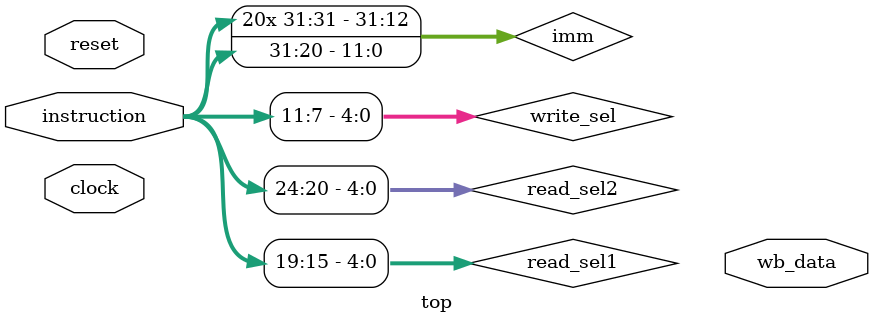
<source format=v>

module top (
  input clock,
  input reset,

  input [31:0] instruction,
  output [31:0] wb_data
);


wire [4:0] read_sel1;
wire [4:0] read_sel2;
wire [4:0] write_sel;

wire [31:0] imm;

assign read_sel1 = instruction[19:15];
assign read_sel2 = instruction[24:20];
assign write_sel = instruction[11:7];

// Sign extension
assign imm = { {20{instruction[31]}}, instruction[31:20]};

/******************************************************************************
*                      Start Your Code Here
******************************************************************************/

// add any wire or reg variables you need here
wire [31:0] rs1, rs2;
wire [31:0] ALU_mux;
assign ALU_mux = op_B_sel ? imm : rs2;

// Fill in port connections
regFile regFile_inst (
  .clock(clock),
  .reset(reset),
  .wEn(wEn), // Write Enable
  .write_data(ALU_result),
  .read_sel1(read_sel1),
  .read_sel2(read_sel2),
  .write_sel(write_sel),
  .read_data1(rs1),
  .read_data2(rs2)
);


// Fill in port connections
ALU alu_inst(
  .ALU_Control(ALU_Control),
  .operand_A(rs1),
  .operand_B(ALU_mux),
  .ALU_result(ALU_result)
);


endmodule

</source>
